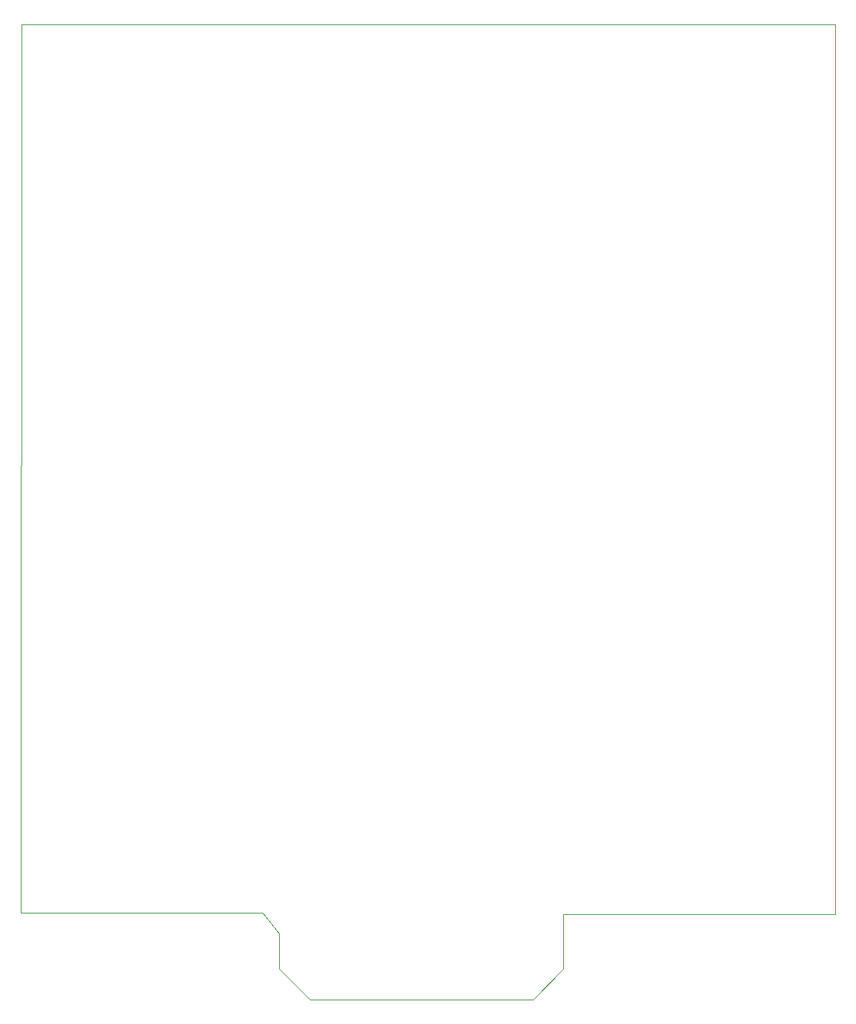
<source format=gbr>
%TF.GenerationSoftware,KiCad,Pcbnew,(5.1.9)-1*%
%TF.CreationDate,2021-09-12T20:22:20+01:00*%
%TF.ProjectId,KOSMOS LFO6,4b4f534d-4f53-4204-9c46-4f362e6b6963,rev?*%
%TF.SameCoordinates,Original*%
%TF.FileFunction,OtherDrawing,Comment*%
%FSLAX46Y46*%
G04 Gerber Fmt 4.6, Leading zero omitted, Abs format (unit mm)*
G04 Created by KiCad (PCBNEW (5.1.9)-1) date 2021-09-12 20:22:20*
%MOMM*%
%LPD*%
G01*
G04 APERTURE LIST*
%TA.AperFunction,Profile*%
%ADD10C,0.050000*%
%TD*%
G04 APERTURE END LIST*
D10*
X50368000Y-127195000D02*
X48463000Y-124782000D01*
X83896000Y-131386000D02*
X80340000Y-135000000D01*
X83896000Y-124909000D02*
X83896000Y-131386000D01*
X116027000Y-124909000D02*
X83896000Y-124909000D01*
X50368000Y-131386000D02*
X54051000Y-135000000D01*
X50368000Y-127195000D02*
X50368000Y-131386000D01*
X19888000Y-124782000D02*
X48463000Y-124782000D01*
X54051000Y-135000000D02*
X80340000Y-135000000D01*
X20000000Y-20000000D02*
X116000000Y-20000000D01*
X116000000Y-20000000D02*
X116027000Y-124909000D01*
X20000000Y-20000000D02*
X19888000Y-124782000D01*
M02*

</source>
